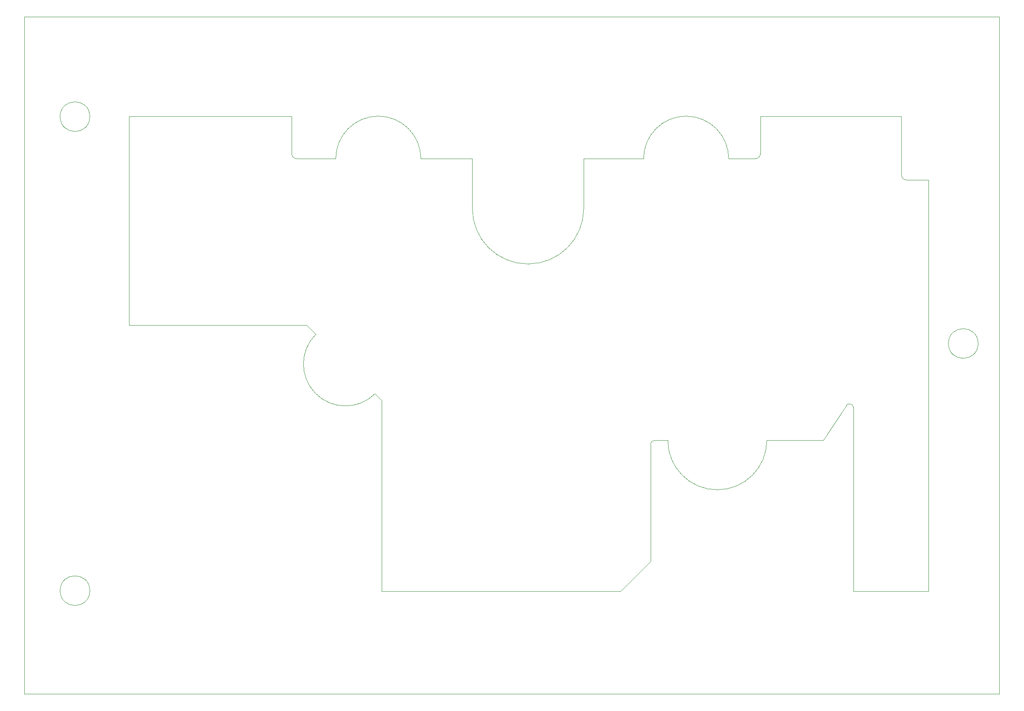
<source format=gbr>
G04 #@! TF.GenerationSoftware,KiCad,Pcbnew,(5.1.5-0-10_14)*
G04 #@! TF.CreationDate,2020-01-19T15:53:38+01:00*
G04 #@! TF.ProjectId,PCB-Negative,5043422d-4e65-4676-9174-6976652e6b69,rev?*
G04 #@! TF.SameCoordinates,Original*
G04 #@! TF.FileFunction,Profile,NP*
%FSLAX46Y46*%
G04 Gerber Fmt 4.6, Leading zero omitted, Abs format (unit mm)*
G04 Created by KiCad (PCBNEW (5.1.5-0-10_14)) date 2020-01-19 15:53:38*
%MOMM*%
%LPD*%
G04 APERTURE LIST*
%ADD10C,0.050000*%
%ADD11C,0.010000*%
G04 APERTURE END LIST*
D10*
X214043947Y-100631391D02*
G75*
G02X215500000Y-101000000I656053J-468609D01*
G01*
X226200000Y-55000000D02*
G75*
G02X225200000Y-54000000I0J1000000D01*
G01*
X196700000Y-49700000D02*
G75*
G02X195700000Y-50700000I-1000000J0D01*
G01*
X103000000Y-50700000D02*
G75*
G02X102000000Y-49700000I0J1000000D01*
G01*
D11*
X240700000Y-88100000D02*
G75*
G03X240700000Y-88100000I-3000000J0D01*
G01*
X61200000Y-138100000D02*
G75*
G03X61200000Y-138100000I-3000000J0D01*
G01*
X61200000Y-42200000D02*
G75*
G03X61200000Y-42200000I-3000000J0D01*
G01*
D10*
X48000000Y-22000000D02*
X69000000Y-22000000D01*
X48000000Y-159000000D02*
X48000000Y-22000000D01*
X245000000Y-159000000D02*
X48000000Y-159000000D01*
X245000000Y-22000000D02*
X245000000Y-159000000D01*
X69000000Y-22000000D02*
X245000000Y-22000000D01*
X118800000Y-98300000D02*
X120200000Y-99600000D01*
X118800000Y-98300000D02*
G75*
G02X106853332Y-86247142I-5946669J6052859D01*
G01*
X128100000Y-50700000D02*
X138500000Y-50700000D01*
X110900000Y-50700000D02*
G75*
G02X128100000Y-50700000I8600000J0D01*
G01*
X190300000Y-50700000D02*
X195700000Y-50700000D01*
X173100000Y-50700000D02*
G75*
G02X190300000Y-50700000I8600000J0D01*
G01*
X178000000Y-107700000D02*
X175400000Y-107700000D01*
X198000000Y-107700000D02*
G75*
G02X178000000Y-107700000I-10000000J0D01*
G01*
X161000000Y-58100000D02*
X161000000Y-60800000D01*
X149700000Y-72000000D02*
X149800000Y-72000000D01*
X161000000Y-60800000D02*
G75*
G02X149800000Y-72000000I-11200000J0D01*
G01*
X149700000Y-72000000D02*
G75*
G02X138500000Y-60800000I0J11200000D01*
G01*
X161000000Y-50700000D02*
X161000000Y-58100000D01*
X173100000Y-50700000D02*
X161000000Y-50700000D01*
X196700000Y-42100000D02*
X196700000Y-49700000D01*
X225200000Y-42100000D02*
X196700000Y-42100000D01*
X225200000Y-54000000D02*
X225200000Y-42100000D01*
X230700000Y-55000000D02*
X226200000Y-55000000D01*
X230700000Y-65400000D02*
X230700000Y-55000000D01*
X230700000Y-138200000D02*
X230700000Y-65400000D01*
X215500000Y-138200000D02*
X230700000Y-138200000D01*
X215500000Y-101000000D02*
X215500000Y-138200000D01*
X209400000Y-107700000D02*
X214043947Y-100631391D01*
X198000000Y-107700000D02*
X209400000Y-107700000D01*
X174500000Y-132100000D02*
X174500000Y-108600000D01*
X168400000Y-138200000D02*
X174500000Y-132100000D01*
X120200000Y-138200000D02*
X168400000Y-138200000D01*
X120200000Y-107800000D02*
X120200000Y-138200000D01*
X120200000Y-99600000D02*
X120200000Y-107800000D01*
X105000000Y-84400000D02*
X106853332Y-86247142D01*
X104900000Y-84400000D02*
X105000000Y-84400000D01*
X69100000Y-84400000D02*
X104900000Y-84400000D01*
X69100000Y-64800000D02*
X69100000Y-84400000D01*
X69100000Y-42100000D02*
X69100000Y-64800000D01*
X138500000Y-50700000D02*
X138500000Y-60800000D01*
X103000000Y-50700000D02*
X110900000Y-50700000D01*
X102000000Y-42100000D02*
X102000000Y-49700000D01*
X69100000Y-42100000D02*
X102000000Y-42100000D01*
X174500000Y-108600000D02*
G75*
G02X175400000Y-107700000I900000J0D01*
G01*
M02*

</source>
